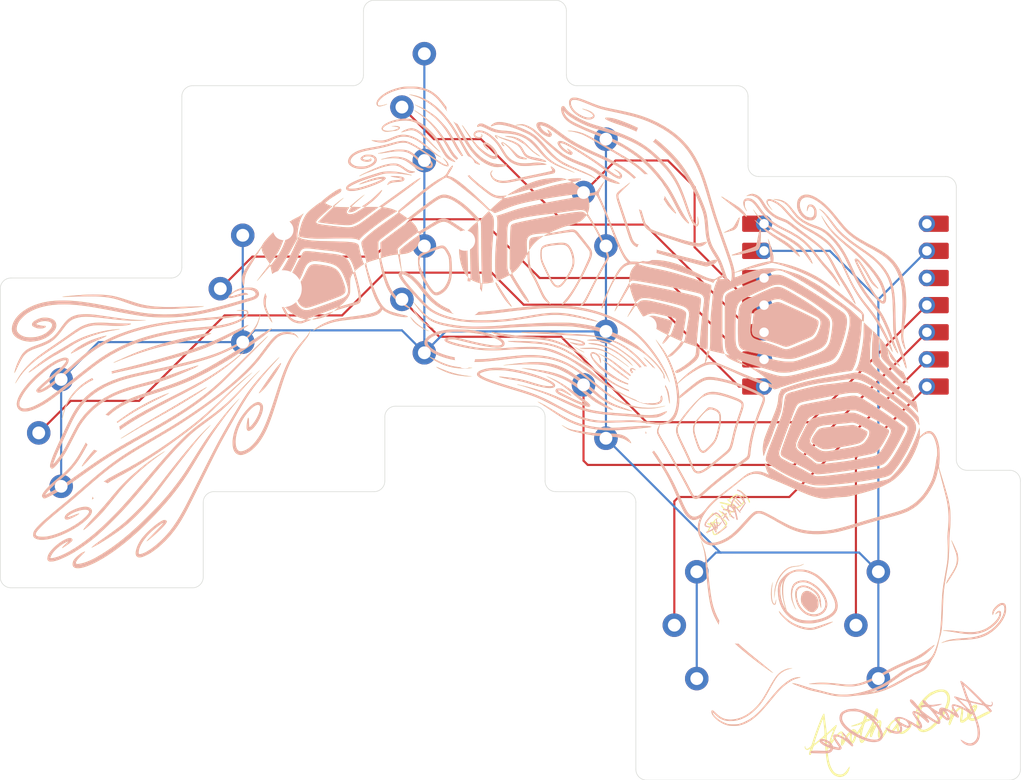
<source format=kicad_pcb>
(kicad_pcb (version 20241229) (generator "pcbnew") (generator_version "9.0")
  (layers (0 "F.Cu" signal) (2 "B.Cu" signal) (13 "F.Paste" user) (15 "B.Paste" user) (5 "F.SilkS" user "F.Silkscreen") (7 "B.SilkS" user "B.Silkscreen") (1 "F.Mask" user) (3 "B.Mask" user) (25 "Edge.Cuts" user))
  (net 0 "")
  (net 1 "K1")
  (net 2 "GND")
  (net 3 "K2")
  (net 4 "K3")
  (net 5 "K4")
  (net 6 "K5")
  (net 7 "K6")
  (net 8 "K7")
  (net 9 "K8")
  (footprint "ScottoKeebs_Choc:Choc_V1_1.50u" (layer "F.Cu") (at 142 89.5 90)
    (property "Reference" "S4" (hide yes))
    (property "Value" "Keyswitch")
    (pad "" np_thru_hole circle (at -5.5 0 90) (size 1.9 1.9) (drill 1.9) (layers "*.Cu" "*.Mask"))
    (pad "" np_thru_hole circle (at 0 0 90) (size 3.45 3.45) (drill 3.45) (layers "*.Cu" "*.Mask"))
    (pad "" np_thru_hole circle (at 5.5 0 90) (size 1.9 1.9) (drill 1.9) (layers "*.Cu" "*.Mask"))
    (pad "1" thru_hole circle (at 0 -5.9 90) (size 2.2 2.2) (drill 1.2) (layers "*.Cu" "*.Mask") (net 5 "K4"))
    (pad "2" thru_hole circle (at -5 -3.8 90) (size 2.2 2.2) (drill 1.2) (layers "*.Cu" "*.Mask") (net 2 "GND"))
    (pad "2" thru_hole circle (at 5 -3.8 90) (size 2.2 2.2) (drill 1.2) (layers "*.Cu" "*.Mask") (net 2 "GND"))
  )
  (footprint "ScottoKeebs_Choc:Choc_V1_2.00u" (layer "F.Cu") (at 159 76 90)
    (property "Reference" "S3" (hide yes))
    (property "Value" "Keyswitch")
    (pad "" np_thru_hole circle (at -5.5 0 90) (size 1.9 1.9) (drill 1.9) (layers "*.Cu" "*.Mask"))
    (pad "" np_thru_hole circle (at 0 0 90) (size 3.45 3.45) (drill 3.45) (layers "*.Cu" "*.Mask"))
    (pad "" np_thru_hole circle (at 5.5 0 90) (size 1.9 1.9) (drill 1.9) (layers "*.Cu" "*.Mask"))
    (pad "1" thru_hole circle (at 0 -5.9 90) (size 2.2 2.2) (drill 1.2) (layers "*.Cu" "*.Mask") (net 4 "K3"))
    (pad "2" thru_hole circle (at -5 -3.8 90) (size 2.2 2.2) (drill 1.2) (layers "*.Cu" "*.Mask") (net 2 "GND"))
    (pad "2" thru_hole circle (at 5 -3.8 90) (size 2.2 2.2) (drill 1.2) (layers "*.Cu" "*.Mask") (net 2 "GND"))
  )
  (footprint "ScottoKeebs_Choc:Choc_V1_1.00u" (layer "F.Cu") (at 176 59 90)
    (property "Reference" "S2" (hide yes))
    (property "Value" "Keyswitch")
    (pad "" np_thru_hole circle (at -5.5 0 90) (size 1.9 1.9) (drill 1.9) (layers "*.Cu" "*.Mask"))
    (pad "" np_thru_hole circle (at 0 0 90) (size 3.45 3.45) (drill 3.45) (layers "*.Cu" "*.Mask"))
    (pad "" np_thru_hole circle (at 5.5 0 90) (size 1.9 1.9) (drill 1.9) (layers "*.Cu" "*.Mask"))
    (pad "1" thru_hole circle (at 0 -5.9 90) (size 2.2 2.2) (drill 1.2) (layers "*.Cu" "*.Mask") (net 3 "K2"))
    (pad "2" thru_hole circle (at -5 -3.8 90) (size 2.2 2.2) (drill 1.2) (layers "*.Cu" "*.Mask") (net 2 "GND"))
    (pad "2" thru_hole circle (at 5 -3.8 90) (size 2.2 2.2) (drill 1.2) (layers "*.Cu" "*.Mask") (net 2 "GND"))
  )
  (footprint "ScottoKeebs_Choc:Choc_V1_1.50u" (layer "F.Cu") (at 201.5 107.5 90)
    (property "Reference" "S6" (hide yes))
    (property "Value" "Keyswitch")
    (pad "" np_thru_hole circle (at -5.5 0 90) (size 1.9 1.9) (drill 1.9) (layers "*.Cu" "*.Mask"))
    (pad "" np_thru_hole circle (at 0 0 90) (size 3.45 3.45) (drill 3.45) (layers "*.Cu" "*.Mask"))
    (pad "" np_thru_hole circle (at 5.5 0 90) (size 1.9 1.9) (drill 1.9) (layers "*.Cu" "*.Mask"))
    (pad "1" thru_hole circle (at 0 -5.9 90) (size 2.2 2.2) (drill 1.2) (layers "*.Cu" "*.Mask") (net 7 "K6"))
    (pad "2" thru_hole circle (at -5 -3.8 90) (size 2.2 2.2) (drill 1.2) (layers "*.Cu" "*.Mask") (net 2 "GND"))
    (pad "2" thru_hole circle (at 5 -3.8 90) (size 2.2 2.2) (drill 1.2) (layers "*.Cu" "*.Mask") (net 2 "GND"))
  )
  (footprint "LOGO" (layer "F.Cu") (at 200.5 97)
    (property "Reference" "G***" (hide yes))
    (property "Value" "LOGO" (hide yes))
  )
  (footprint "ScottoKeebs_Choc:Choc_V1_1.00u" (layer "F.Cu") (at 193 67 90)
    (property "Reference" "S1" (hide yes))
    (property "Value" "Keyswitch")
    (pad "" np_thru_hole circle (at -5.5 0 90) (size 1.9 1.9) (drill 1.9) (layers "*.Cu" "*.Mask"))
    (pad "" np_thru_hole circle (at 0 0 90) (size 3.45 3.45) (drill 3.45) (layers "*.Cu" "*.Mask"))
    (pad "" np_thru_hole circle (at 5.5 0 90) (size 1.9 1.9) (drill 1.9) (layers "*.Cu" "*.Mask"))
    (pad "1" thru_hole circle (at 0 -5.9 90) (size 2.2 2.2) (drill 1.2) (layers "*.Cu" "*.Mask") (net 1 "K1"))
    (pad "2" thru_hole circle (at -5 -3.8 90) (size 2.2 2.2) (drill 1.2) (layers "*.Cu" "*.Mask") (net 2 "GND"))
    (pad "2" thru_hole circle (at 5 -3.8 90) (size 2.2 2.2) (drill 1.2) (layers "*.Cu" "*.Mask") (net 2 "GND"))
  )
  (footprint "ScottoKeebs_Choc:Choc_V1_1.50u" (layer "F.Cu") (at 218.5 107.5 90)
    (property "Reference" "S5" (hide yes))
    (property "Value" "Keyswitch")
    (pad "" np_thru_hole circle (at -5.5 0 90) (size 1.9 1.9) (drill 1.9) (layers "*.Cu" "*.Mask"))
    (pad "" np_thru_hole circle (at 0 0 90) (size 3.45 3.45) (drill 3.45) (layers "*.Cu" "*.Mask"))
    (pad "" np_thru_hole circle (at 5.5 0 90) (size 1.9 1.9) (drill 1.9) (layers "*.Cu" "*.Mask"))
    (pad "1" thru_hole circle (at 0 -5.9 90) (size 2.2 2.2) (drill 1.2) (layers "*.Cu" "*.Mask") (net 6 "K5"))
    (pad "2" thru_hole circle (at -5 -3.8 90) (size 2.2 2.2) (drill 1.2) (layers "*.Cu" "*.Mask") (net 2 "GND"))
    (pad "2" thru_hole circle (at 5 -3.8 90) (size 2.2 2.2) (drill 1.2) (layers "*.Cu" "*.Mask") (net 2 "GND"))
  )
  (footprint "LOGO" (layer "F.Cu") (at 217 117.5)
    (property "Reference" "G***" (hide yes))
    (property "Value" "LOGO" (hide yes))
  )
  (footprint "Seeed Studio XIAO Series Library:XIAO-nRF52840-DIP" (layer "F.Cu") (at 211.62 77.54)
    (property "Reference" "U1" (hide yes))
    (property "Value" "xiao")
    (pad "1" smd roundrect (at -8.455 -7.62 180) (size 2.432 1.524) (layers "F.Cu" "F.Mask") (roundrect_rratio 0.1))
    (pad "1" thru_hole circle (at -7.62 -7.62 180) (size 1.524 1.524) (drill 0.889) (layers "*.Cu" "*.Mask"))
    (pad "2" smd roundrect (at -8.455 -5.08 180) (size 2.432 1.524) (layers "F.Cu" "F.Mask") (roundrect_rratio 0.1) (net 2 "GND"))
    (pad "2" thru_hole circle (at -7.62 -5.08 180) (size 1.524 1.524) (drill 0.889) (layers "*.Cu" "*.Mask") (net 2 "GND"))
    (pad "3" smd roundrect (at -8.455 -2.54 180) (size 2.432 1.524) (layers "F.Cu" "F.Mask") (roundrect_rratio 0.1))
    (pad "3" thru_hole circle (at -7.62 -2.54 180) (size 1.524 1.524) (drill 0.889) (layers "*.Cu" "*.Mask"))
    (pad "4" smd roundrect (at -8.455 0 180) (size 2.432 1.524) (layers "F.Cu" "F.Mask") (roundrect_rratio 0.1) (net 1 "K1"))
    (pad "4" thru_hole circle (at -7.62 0 180) (size 1.524 1.524) (drill 0.889) (layers "*.Cu" "*.Mask") (net 1 "K1"))
    (pad "5" smd roundrect (at -8.455 2.54 180) (size 2.432 1.524) (layers "F.Cu" "F.Mask") (roundrect_rratio 0.1) (net 3 "K2"))
    (pad "5" thru_hole circle (at -7.62 2.54 180) (size 1.524 1.524) (drill 0.889) (layers "*.Cu" "*.Mask") (net 3 "K2"))
    (pad "6" smd roundrect (at -8.455 5.08 180) (size 2.432 1.524) (layers "F.Cu" "F.Mask") (roundrect_rratio 0.1) (net 4 "K3"))
    (pad "6" thru_hole circle (at -7.62 5.08 180) (size 1.524 1.524) (drill 0.889) (layers "*.Cu" "*.Mask") (net 4 "K3"))
    (pad "7" smd roundrect (at -8.455 7.62 180) (size 2.432 1.524) (layers "F.Cu" "F.Mask") (roundrect_rratio 0.1) (net 5 "K4"))
    (pad "7" thru_hole circle (at -7.62 7.62 180) (size 1.524 1.524) (drill 0.889) (layers "*.Cu" "*.Mask") (net 5 "K4"))
    (pad "8" thru_hole circle (at 7.62 7.62) (size 1.524 1.524) (drill 0.889) (layers "*.Cu" "*.Mask") (net 6 "K5"))
    (pad "8" smd roundrect (at 8.455 7.62) (size 2.432 1.524) (layers "F.Cu" "F.Mask") (roundrect_rratio 0.1) (net 6 "K5"))
    (pad "9" thru_hole circle (at 7.62 5.08) (size 1.524 1.524) (drill 0.889) (layers "*.Cu" "*.Mask") (net 7 "K6"))
    (pad "9" smd roundrect (at 8.455 5.08) (size 2.432 1.524) (layers "F.Cu" "F.Mask") (roundrect_rratio 0.1) (net 7 "K6"))
    (pad "10" thru_hole circle (at 7.62 2.54) (size 1.524 1.524) (drill 0.889) (layers "*.Cu" "*.Mask") (net 8 "K7"))
    (pad "10" smd roundrect (at 8.455 2.54) (size 2.432 1.524) (layers "F.Cu" "F.Mask") (roundrect_rratio 0.1) (net 8 "K7"))
    (pad "11" thru_hole circle (at 7.62 0) (size 1.524 1.524) (drill 0.889) (layers "*.Cu" "*.Mask") (net 9 "K8"))
    (pad "11" smd roundrect (at 8.455 0) (size 2.432 1.524) (layers "F.Cu" "F.Mask") (roundrect_rratio 0.1) (net 9 "K8"))
    (pad "12" thru_hole circle (at 7.62 -2.54) (size 1.524 1.524) (drill 0.889) (layers "*.Cu" "*.Mask"))
    (pad "12" smd roundrect (at 8.455 -2.54) (size 2.432 1.524) (layers "F.Cu" "F.Mask") (roundrect_rratio 0.1))
    (pad "13" thru_hole circle (at 7.62 -5.08) (size 1.524 1.524) (drill 0.889) (layers "*.Cu" "*.Mask") (net 2 "GND"))
    (pad "13" smd roundrect (at 8.455 -5.08) (size 2.432 1.524) (layers "F.Cu" "F.Mask") (roundrect_rratio 0.1) (net 2 "GND"))
    (pad "14" thru_hole circle (at 7.62 -7.62) (size 1.524 1.524) (drill 0.889) (layers "*.Cu" "*.Mask"))
    (pad "14" smd roundrect (at 8.455 -7.62) (size 2.432 1.524) (layers "F.Cu" "F.Mask") (roundrect_rratio 0.1))
  )
  (footprint "LOGO" (layer "F.Cu") (at 180 86.5)
    (property "Reference" "G***" (hide yes))
    (property "Value" "LOGO" (hide yes))
  )
  (footprint "ScottoKeebs_Choc:Choc_V1_1.00u" (layer "F.Cu") (at 176 77 90)
    (property "Reference" "S8" (hide yes))
    (property "Value" "Keyswitch")
    (pad "" np_thru_hole circle (at -5.5 0 90) (size 1.9 1.9) (drill 1.9) (layers "*.Cu" "*.Mask"))
    (pad "" np_thru_hole circle (at 0 0 90) (size 3.45 3.45) (drill 3.45) (layers "*.Cu" "*.Mask"))
    (pad "" np_thru_hole circle (at 5.5 0 90) (size 1.9 1.9) (drill 1.9) (layers "*.Cu" "*.Mask"))
    (pad "1" thru_hole circle (at 0 -5.9 90) (size 2.2 2.2) (drill 1.2) (layers "*.Cu" "*.Mask") (net 9 "K8"))
    (pad "2" thru_hole circle (at -5 -3.8 90) (size 2.2 2.2) (drill 1.2) (layers "*.Cu" "*.Mask") (net 2 "GND"))
    (pad "2" thru_hole circle (at 5 -3.8 90) (size 2.2 2.2) (drill 1.2) (layers "*.Cu" "*.Mask") (net 2 "GND"))
  )
  (footprint "ScottoKeebs_Choc:Choc_V1_1.00u" (layer "F.Cu") (at 193 85 90)
    (property "Reference" "S7" (hide yes))
    (property "Value" "Keyswitch")
    (pad "" np_thru_hole circle (at -5.5 0 90) (size 1.9 1.9) (drill 1.9) (layers "*.Cu" "*.Mask"))
    (pad "" np_thru_hole circle (at 0 0 90) (size 3.45 3.45) (drill 3.45) (layers "*.Cu" "*.Mask"))
    (pad "" np_thru_hole circle (at 5.5 0 90) (size 1.9 1.9) (drill 1.9) (layers "*.Cu" "*.Mask"))
    (pad "1" thru_hole circle (at 0 -5.9 90) (size 2.2 2.2) (drill 1.2) (layers "*.Cu" "*.Mask") (net 8 "K7"))
    (pad "2" thru_hole circle (at -5 -3.8 90) (size 2.2 2.2) (drill 1.2) (layers "*.Cu" "*.Mask") (net 2 "GND"))
    (pad "2" thru_hole circle (at 5 -3.8 90) (size 2.2 2.2) (drill 1.2) (layers "*.Cu" "*.Mask") (net 2 "GND"))
  )
  (footprint "LOGO" (layer "B.Cu") (at 216.5 117.5 -154)
    (property "Reference" "G***" (hide yes))
    (property "Value" "LOGO" (hide yes))
  )
  (footprint "LOGO" (layer "B.Cu") (at 180 86.5 180)
    (property "Reference" "G***" (hide yes))
    (property "Value" "LOGO" (hide yes))
  )
  (footprint "LOGO" (layer "B.Cu") (at 200.5 97 90)
    (property "Reference" "G***" (hide yes))
    (property "Value" "LOGO" (hide yes))
  )
  (gr_line (start 191 95) (end 184.5 95) (stroke (width 0.05)) (layer "Edge.Cuts"))
  (gr_arc (start 186.5 57) (mid 185.792893 56.707107) (end 185.5 56) (stroke (width 0.05)) (layer "Edge.Cuts"))
  (gr_arc (start 151.5 96) (mid 151.792893 95.292893) (end 152.5 95) (stroke (width 0.05)) (layer "Edge.Cuts"))
  (gr_line (start 186.5 57) (end 201.5 57) (stroke (width 0.05)) (layer "Edge.Cuts"))
  (gr_line (start 167.5 95) (end 152.5 95) (stroke (width 0.05)) (layer "Edge.Cuts"))
  (gr_arc (start 166.5 56) (mid 166.207107 56.707107) (end 165.5 57) (stroke (width 0.05)) (layer "Edge.Cuts"))
  (gr_arc (start 193 122) (mid 192.292893 121.707107) (end 192 121) (stroke (width 0.05)) (layer "Edge.Cuts"))
  (gr_arc (start 182.5 87) (mid 183.207107 87.292893) (end 183.5 88) (stroke (width 0.05)) (layer "Edge.Cuts"))
  (gr_arc (start 132.5 76) (mid 132.792893 75.292893) (end 133.5 75) (stroke (width 0.05)) (layer "Edge.Cuts"))
  (gr_line (start 185.5 50) (end 185.5 56) (stroke (width 0.05)) (layer "Edge.Cuts"))
  (gr_line (start 222 66.5) (end 222 92) (stroke (width 0.05)) (layer "Edge.Cuts"))
  (gr_line (start 166.5 56) (end 166.5 50) (stroke (width 0.05)) (layer "Edge.Cuts"))
  (gr_line (start 183.5 94) (end 183.5 88) (stroke (width 0.05)) (layer "Edge.Cuts"))
  (gr_arc (start 149.5 74) (mid 149.207107 74.707107) (end 148.5 75) (stroke (width 0.05)) (layer "Edge.Cuts"))
  (gr_arc (start 221 65.5) (mid 221.707107 65.792893) (end 222 66.5) (stroke (width 0.05)) (layer "Edge.Cuts"))
  (gr_line (start 203.5 65.5) (end 221 65.5) (stroke (width 0.05)) (layer "Edge.Cuts"))
  (gr_arc (start 223 93) (mid 222.292893 92.707107) (end 222 92) (stroke (width 0.05)) (layer "Edge.Cuts"))
  (gr_arc (start 227 93) (mid 227.707107 93.292893) (end 228 94) (stroke (width 0.05)) (layer "Edge.Cuts"))
  (gr_line (start 168.5 88) (end 168.5 94) (stroke (width 0.05)) (layer "Edge.Cuts"))
  (gr_arc (start 168.5 88) (mid 168.792893 87.292893) (end 169.5 87) (stroke (width 0.05)) (layer "Edge.Cuts"))
  (gr_line (start 150.5 104) (end 133.5 104) (stroke (width 0.05)) (layer "Edge.Cuts"))
  (gr_line (start 167.5 49) (end 184.5 49) (stroke (width 0.05)) (layer "Edge.Cuts"))
  (gr_arc (start 151.5 103) (mid 151.207107 103.707107) (end 150.5 104) (stroke (width 0.05)) (layer "Edge.Cuts"))
  (gr_line (start 133.5 75) (end 148.5 75) (stroke (width 0.05)) (layer "Edge.Cuts"))
  (gr_line (start 182.5 87) (end 169.5 87) (stroke (width 0.05)) (layer "Edge.Cuts"))
  (gr_line (start 150.5 57) (end 165.5 57) (stroke (width 0.05)) (layer "Edge.Cuts"))
  (gr_line (start 192 121) (end 192 96) (stroke (width 0.05)) (layer "Edge.Cuts"))
  (gr_arc (start 133.5 104) (mid 132.792893 103.707107) (end 132.5 103) (stroke (width 0.05)) (layer "Edge.Cuts"))
  (gr_arc (start 149.5 58) (mid 149.792893 57.292893) (end 150.5 57) (stroke (width 0.05)) (layer "Edge.Cuts"))
  (gr_arc (start 184.5 49) (mid 185.207107 49.292893) (end 185.5 50) (stroke (width 0.05)) (layer "Edge.Cuts"))
  (gr_line (start 151.5 96) (end 151.5 103) (stroke (width 0.05)) (layer "Edge.Cuts"))
  (gr_arc (start 184.5 95) (mid 183.792893 94.707107) (end 183.5 94) (stroke (width 0.05)) (layer "Edge.Cuts"))
  (gr_arc (start 191 95) (mid 191.707107 95.292893) (end 192 96) (stroke (width 0.05)) (layer "Edge.Cuts"))
  (gr_arc (start 168.5 94) (mid 168.207107 94.707107) (end 167.5 95) (stroke (width 0.05)) (layer "Edge.Cuts"))
  (gr_arc (start 201.5 57) (mid 202.207107 57.292893) (end 202.5 58) (stroke (width 0.05)) (layer "Edge.Cuts"))
  (gr_arc (start 228 121) (mid 227.707107 121.707107) (end 227 122) (stroke (width 0.05)) (layer "Edge.Cuts"))
  (gr_line (start 149.5 74) (end 149.5 58) (stroke (width 0.05)) (layer "Edge.Cuts"))
  (gr_arc (start 203.5 65.5) (mid 202.792893 65.207107) (end 202.5 64.5) (stroke (width 0.05)) (layer "Edge.Cuts"))
  (gr_line (start 227 93) (end 223 93) (stroke (width 0.05)) (layer "Edge.Cuts"))
  (gr_line (start 202.5 58) (end 202.5 64.5) (stroke (width 0.05)) (layer "Edge.Cuts"))
  (gr_line (start 132.5 103) (end 132.5 76) (stroke (width 0.05)) (layer "Edge.Cuts"))
  (gr_arc (start 166.5 50) (mid 166.792893 49.292893) (end 167.5 49) (stroke (width 0.05)) (layer "Edge.Cuts"))
  (gr_line (start 227 122) (end 193 122) (stroke (width 0.05)) (layer "Edge.Cuts"))
  (gr_line (start 228 94) (end 228 121) (stroke (width 0.05)) (layer "Edge.Cuts"))
  (segment (start 190.1 64) (end 195 64) (width 0.2) (layer "F.Cu") (net 1))
  (segment (start 202.92237 77.54) (end 204 77.54) (width 0.2) (layer "F.Cu") (net 1))
  (segment (start 187.1 67) (end 190.1 64) (width 0.2) (layer "F.Cu") (net 1))
  (segment (start 195 64) (end 197.5 66.5) (width 0.2) (layer "F.Cu") (net 1))
  (segment (start 197.5 72.11763) (end 202.92237 77.54) (width 0.2) (layer "F.Cu") (net 1))
  (segment (start 197.5 66.5) (end 197.5 72.11763) (width 0.2) (layer "F.Cu") (net 1))
  (segment (start 170.100001 79.900001) (end 172.2 82) (width 0.2) (layer "B.Cu") (net 2))
  (segment (start 204 72.46) (end 210.16 72.46) (width 0.2) (layer "B.Cu") (net 2))
  (segment (start 199.501 100.699) (end 197.7 102.5) (width 0.2) (layer "B.Cu") (net 2))
  (segment (start 172.2 64) (end 172.2 72) (width 0.2) (layer "B.Cu") (net 2))
  (segment (start 172.2 54) (end 172.2 64) (width 0.2) (layer "B.Cu") (net 2))
  (segment (start 210.16 72.46) (end 214.7 77) (width 0.2) (layer "B.Cu") (net 2))
  (segment (start 189.2 80) (end 189.2 90) (width 0.2) (layer "B.Cu") (net 2))
  (segment (start 199.899 100.699) (end 200 100.699) (width 0.2) (layer "B.Cu") (net 2))
  (segment (start 197.7 112.5) (end 197.7 102.5) (width 0.2) (layer "B.Cu") (net 2))
  (segment (start 200 100.699) (end 199.501 100.699) (width 0.2) (layer "B.Cu") (net 2))
  (segment (start 214.7 77) (end 219.24 72.46) (width 0.2) (layer "B.Cu") (net 2))
  (segment (start 189.2 62) (end 189.2 72) (width 0.2) (layer "B.Cu") (net 2))
  (segment (start 189.2 90) (end 199.899 100.699) (width 0.2) (layer "B.Cu") (net 2))
  (segment (start 172.2 72) (end 172.2 82) (width 0.2) (layer "B.Cu") (net 2))
  (segment (start 141.7 81) (end 155.2 81) (width 0.2) (layer "B.Cu") (net 2))
  (segment (start 214.7 102.5) (end 214.7 77) (width 0.2) (layer "B.Cu") (net 2))
  (segment (start 214.7 112.5) (end 214.7 102.5) (width 0.2) (layer "B.Cu") (net 2))
  (segment (start 138.2 94.5) (end 138.2 84.5) (width 0.2) (layer "B.Cu") (net 2))
  (segment (start 214.7 102.5) (end 212.899 100.699) (width 0.2) (layer "B.Cu") (net 2))
  (segment (start 156.299999 79.900001) (end 170.100001 79.900001) (width 0.2) (layer "B.Cu") (net 2))
  (segment (start 138.2 84.5) (end 141.7 81) (width 0.2) (layer "B.Cu") (net 2))
  (segment (start 189.2 72) (end 189.2 80) (width 0.2) (layer "B.Cu") (net 2))
  (segment (start 172.2 82) (end 174.2 80) (width 0.2) (layer "B.Cu") (net 2))
  (segment (start 155.2 71) (end 155.2 81) (width 0.2) (layer "B.Cu") (net 2))
  (segment (start 174.2 80) (end 189.2 80) (width 0.2) (layer "B.Cu") (net 2))
  (segment (start 212.899 100.699) (end 200 100.699) (width 0.2) (layer "B.Cu") (net 2))
  (segment (start 155.2 81) (end 156.299999 79.900001) (width 0.2) (layer "B.Cu") (net 2))
  (segment (start 192.84237 70) (end 202.92237 80.08) (width 0.2) (layer "F.Cu") (net 3))
  (segment (start 173.1 62) (end 177.5 62) (width 0.2) (layer "F.Cu") (net 3))
  (segment (start 177.5 62) (end 185.5 70) (width 0.2) (layer "F.Cu") (net 3))
  (segment (start 170.1 59) (end 173.1 62) (width 0.2) (layer "F.Cu") (net 3))
  (segment (start 202.92237 80.08) (end 204 80.08) (width 0.2) (layer "F.Cu") (net 3))
  (segment (start 185.5 70) (end 192.84237 70) (width 0.2) (layer "F.Cu") (net 3))
  (segment (start 194.737892 75) (end 202.357892 82.62) (width 0.2) (layer "F.Cu") (net 4))
  (segment (start 177.5 69.5) (end 183 75) (width 0.2) (layer "F.Cu") (net 4))
  (segment (start 171 69.5) (end 177.5 69.5) (width 0.2) (layer "F.Cu") (net 4))
  (segment (start 153.1 76) (end 156.1 73) (width 0.2) (layer "F.Cu") (net 4))
  (segment (start 167.5 73) (end 171 69.5) (width 0.2) (layer "F.Cu") (net 4))
  (segment (start 156.1 73) (end 167.5 73) (width 0.2) (layer "F.Cu") (net 4))
  (segment (start 183 75) (end 194.737892 75) (width 0.2) (layer "F.Cu") (net 4))
  (segment (start 202.357892 82.62) (end 204 82.62) (width 0.2) (layer "F.Cu") (net 4))
  (segment (start 194 77.5) (end 181.5 77.5) (width 0.2) (layer "F.Cu") (net 5))
  (segment (start 204 85.16) (end 201.66 85.16) (width 0.2) (layer "F.Cu") (net 5))
  (segment (start 178.5 74.5) (end 168.5 74.5) (width 0.2) (layer "F.Cu") (net 5))
  (segment (start 181.5 77.5) (end 178.5 74.5) (width 0.2) (layer "F.Cu") (net 5))
  (segment (start 201.66 85.16) (end 194 77.5) (width 0.2) (layer "F.Cu") (net 5))
  (segment (start 139.1 86.5) (end 136.1 89.5) (width 0.2) (layer "F.Cu") (net 5))
  (segment (start 145.5 86.5) (end 139.1 86.5) (width 0.2) (layer "F.Cu") (net 5))
  (segment (start 168.5 74.5) (end 164.5 78.5) (width 0.2) (layer "F.Cu") (net 5))
  (segment (start 164.5 78.5) (end 153.5 78.5) (width 0.2) (layer "F.Cu") (net 5))
  (segment (start 153.5 78.5) (end 145.5 86.5) (width 0.2) (layer "F.Cu") (net 5))
  (segment (start 219.24 85.16) (end 212.6 91.8) (width 0.2) (layer "F.Cu") (net 6))
  (segment (start 212.6 91.8) (end 212.6 107.5) (width 0.2) (layer "F.Cu") (net 6))
  (segment (start 195.6 107.5) (end 195.6 95.9) (width 0.2) (layer "F.Cu") (net 7))
  (segment (start 196 95.5) (end 206.36 95.5) (width 0.2) (layer "F.Cu") (net 7))
  (segment (start 195.6 95.9) (end 196 95.5) (width 0.2) (layer "F.Cu") (net 7))
  (segment (start 206.36 95.5) (end 219.24 82.62) (width 0.2) (layer "F.Cu") (net 7))
  (segment (start 219.24 80.08) (end 206.82 92.5) (width 0.2) (layer "F.Cu") (net 8))
  (segment (start 206.82 92.5) (end 187.5 92.5) (width 0.2) (layer "F.Cu") (net 8))
  (segment (start 187.1 92.1) (end 187.1 85) (width 0.2) (layer "F.Cu") (net 8))
  (segment (start 187.5 92.5) (end 187.1 92.1) (width 0.2) (layer "F.Cu") (net 8))
  (segment (start 193 88.5) (end 208.28 88.5) (width 0.2) (layer "F.Cu") (net 9))
  (segment (start 208.28 88.5) (end 219.24 77.54) (width 0.2) (layer "F.Cu") (net 9))
  (segment (start 173.6 80.5) (end 185 80.5) (width 0.2) (layer "F.Cu") (net 9))
  (segment (start 170.1 77) (end 173.6 80.5) (width 0.2) (layer "F.Cu") (net 9))
  (segment (start 185 80.5) (end 193 88.5) (width 0.2) (layer "F.Cu") (net 9))
)
</source>
